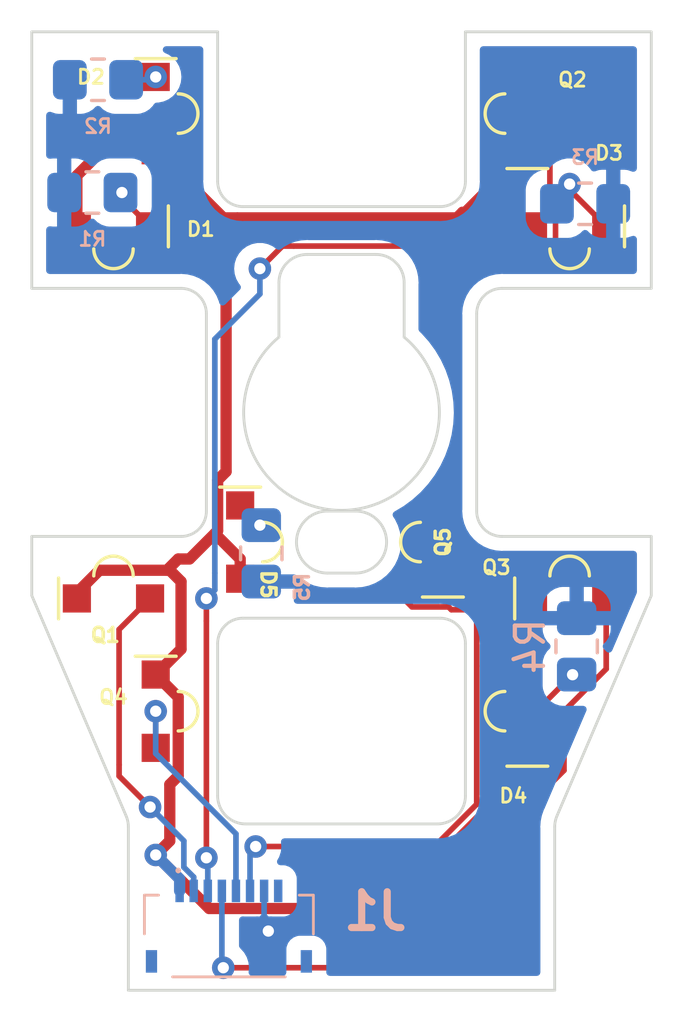
<source format=kicad_pcb>
(kicad_pcb (version 20211014) (generator pcbnew)
  (layers (0 "F.Cu" signal) (31 "B.Cu" signal) (34 "B.Paste" user) (35 "F.Paste" user) (36 "B.SilkS" user "B.Silkscreen") (37 "F.SilkS" user "F.Silkscreen") (38 "B.Mask" user) (39 "F.Mask" user) (44 "Edge.Cuts" user))
  (net 0 "")
  (net 1 "+5V")
  (net 2 "Net-(D1-Pad2)")
  (net 3 "Net-(D2-Pad2)")
  (net 4 "Net-(D3-Pad2)")
  (net 5 "Net-(D4-Pad2)")
  (net 6 "Net-(D5-Pad2)")
  (net 7 "C1")
  (net 8 "C2")
  (net 9 "C4")
  (net 10 "C3")
  (net 11 "C5")
  (net 12 "GND")
  (footprint "lalboard:PT12-21B" (layer "F.Cu") (at 144 91.5 90)
    (fp_text reference "Q2" (at 1.2 1.6 unlocked) (layer "F.SilkS") (effects (font (size 0.5 0.5) (thickness 0.1))))
    (fp_text value "PT12-21B")
    (fp_line (start -1.95 -0.725) (end -1.95 0.725) (layer "F.SilkS") (width 0.12))
    (fp_arc (start -0.7 -0.8) (mid 0 -1.5) (end 0.7 -0.8) (layer "F.SilkS") (width 0.12))
    (pad "1" smd rect (at -1.3 0 90) (size 1 1) (layers "F.Cu" "F.Paste" "F.Mask") (net 1 "+5V"))
    (pad "2" smd rect (at 1.3 0 90) (size 1 1) (layers "F.Cu" "F.Paste" "F.Mask") (net 8 "C2"))
  )
  (footprint "lalboard:PT12-21B" (layer "F.Cu") (at 141 106.7 90)
    (fp_text reference "Q5" (at 0 0 90 unlocked) (layer "F.SilkS") (effects (font (size 0.5 0.5) (thickness 0.125))))
    (fp_text value "PT12-21B")
    (fp_line (start -1.95 -0.725) (end -1.95 0.725) (layer "F.SilkS") (width 0.12))
    (fp_arc (start -0.7 -0.8) (mid 0 -1.5) (end 0.7 -0.8) (layer "F.SilkS") (width 0.12))
    (pad "1" smd rect (at -1.3 0 90) (size 1 1) (layers "F.Cu" "F.Paste" "F.Mask") (net 1 "+5V"))
    (pad "2" smd rect (at 1.3 0 90) (size 1 1) (layers "F.Cu" "F.Paste" "F.Mask") (net 11 "C5"))
  )
  (footprint "lalboard:IR12-21C" (layer "F.Cu") (at 145.5 95.5 180)
    (fp_text reference "D3" (at -1.4 2.6 unlocked) (layer "F.SilkS") (effects (font (size 0.5 0.5) (thickness 0.1))))
    (fp_text value "IR12-21C")
    (fp_line (start -1.95 -0.725) (end -1.95 0.725) (layer "F.SilkS") (width 0.12))
    (fp_arc (start -0.7 -0.8) (mid 0 -1.5) (end 0.7 -0.8) (layer "F.SilkS") (width 0.12))
    (pad "1" smd rect (at 1.3 0 180) (size 1 1) (layers "F.Cu" "F.Paste" "F.Mask") (net 1 "+5V"))
    (pad "2" smd rect (at -1.3 0 180) (size 1 1) (layers "F.Cu" "F.Paste" "F.Mask") (net 4 "Net-(D3-Pad2)"))
  )
  (footprint "lalboard:IR12-21C" (layer "F.Cu") (at 129.3 95.5 180)
    (fp_text reference "D1" (at -3.1 -0.1 unlocked) (layer "F.SilkS") (effects (font (size 0.5 0.5) (thickness 0.1))))
    (fp_text value "IR12-21C")
    (fp_line (start -1.95 -0.725) (end -1.95 0.725) (layer "F.SilkS") (width 0.12))
    (fp_arc (start -0.7 -0.8) (mid 0 -1.5) (end 0.7 -0.8) (layer "F.SilkS") (width 0.12))
    (pad "1" smd rect (at 1.3 0 180) (size 1 1) (layers "F.Cu" "F.Paste" "F.Mask") (net 1 "+5V"))
    (pad "2" smd rect (at -1.3 0 180) (size 1 1) (layers "F.Cu" "F.Paste" "F.Mask") (net 2 "Net-(D1-Pad2)"))
  )
  (footprint "lalboard:PT12-21B" (layer "F.Cu") (at 130.8 112.7 -90)
    (fp_text reference "Q4" (at -0.5 1.5 unlocked) (layer "F.SilkS") (effects (font (size 0.5 0.5) (thickness 0.1))))
    (fp_text value "PT12-21B")
    (fp_line (start -1.95 -0.725) (end -1.95 0.725) (layer "F.SilkS") (width 0.12))
    (fp_arc (start -0.7 -0.8) (mid 0 -1.5) (end 0.7 -0.8) (layer "F.SilkS") (width 0.12))
    (pad "1" smd rect (at -1.3 0 270) (size 1 1) (layers "F.Cu" "F.Paste" "F.Mask") (net 1 "+5V"))
    (pad "2" smd rect (at 1.3 0 270) (size 1 1) (layers "F.Cu" "F.Paste" "F.Mask") (net 9 "C4"))
  )
  (footprint "lalboard:IR12-21C" (layer "F.Cu") (at 144 112.7 90)
    (fp_text reference "D4" (at -3 -0.5 unlocked) (layer "F.SilkS") (effects (font (size 0.5 0.5) (thickness 0.1))))
    (fp_text value "IR12-21C")
    (fp_line (start -1.95 -0.725) (end -1.95 0.725) (layer "F.SilkS") (width 0.12))
    (fp_arc (start -0.7 -0.8) (mid 0 -1.5) (end 0.7 -0.8) (layer "F.SilkS") (width 0.12))
    (pad "1" smd rect (at 1.3 0 90) (size 1 1) (layers "F.Cu" "F.Paste" "F.Mask") (net 1 "+5V"))
    (pad "2" smd rect (at -1.3 0 90) (size 1 1) (layers "F.Cu" "F.Paste" "F.Mask") (net 5 "Net-(D4-Pad2)"))
  )
  (footprint "lalboard:PT12-21B" (layer "F.Cu") (at 145.5 108.7)
    (fp_text reference "Q3" (at -2.6 -1.1 unlocked) (layer "F.SilkS") (effects (font (size 0.5 0.5) (thickness 0.1))))
    (fp_text value "PT12-21B")
    (fp_line (start -1.95 -0.725) (end -1.95 0.725) (layer "F.SilkS") (width 0.12))
    (fp_arc (start -0.7 -0.8) (mid 0 -1.5) (end 0.7 -0.8) (layer "F.SilkS") (width 0.12))
    (pad "1" smd rect (at -1.3 0) (size 1 1) (layers "F.Cu" "F.Paste" "F.Mask") (net 1 "+5V"))
    (pad "2" smd rect (at 1.3 0) (size 1 1) (layers "F.Cu" "F.Paste" "F.Mask") (net 10 "C3"))
  )
  (footprint "lalboard:PT12-21B" (layer "F.Cu") (at 129.3 108.7)
    (fp_text reference "Q1" (at -0.29 1.3 unlocked) (layer "F.SilkS") (effects (font (size 0.5 0.5) (thickness 0.125))))
    (fp_text value "PT12-21B")
    (fp_line (start -1.95 -0.725) (end -1.95 0.725) (layer "F.SilkS") (width 0.12))
    (fp_arc (start -0.7 -0.8) (mid 0 -1.5) (end 0.7 -0.8) (layer "F.SilkS") (width 0.12))
    (pad "1" smd rect (at -1.3 0) (size 1 1) (layers "F.Cu" "F.Paste" "F.Mask") (net 1 "+5V"))
    (pad "2" smd rect (at 1.3 0) (size 1 1) (layers "F.Cu" "F.Paste" "F.Mask") (net 7 "C1"))
  )
  (footprint "lalboard:IR12-21C" (layer "F.Cu") (at 133.8 106.7 -90)
    (fp_text reference "D5" (at 1.5 -1 -90 unlocked) (layer "F.SilkS") (effects (font (size 0.5 0.5) (thickness 0.125))))
    (fp_text value "IR12-21C")
    (fp_line (start -1.95 -0.725) (end -1.95 0.725) (layer "F.SilkS") (width 0.12))
    (fp_arc (start -0.7 -0.8) (mid 0 -1.5) (end 0.7 -0.8) (layer "F.SilkS") (width 0.12))
    (pad "1" smd rect (at 1.3 0 270) (size 1 1) (layers "F.Cu" "F.Paste" "F.Mask") (net 1 "+5V"))
    (pad "2" smd rect (at -1.3 0 270) (size 1 1) (layers "F.Cu" "F.Paste" "F.Mask") (net 6 "Net-(D5-Pad2)"))
  )
  (footprint "lalboard:IR12-21C" (layer "F.Cu") (at 130.8 91.5 -90)
    (fp_text reference "D2" (at -1.3 2.3 unlocked) (layer "F.SilkS") (effects (font (size 0.5 0.5) (thickness 0.1))))
    (fp_text value "IR12-21C")
    (fp_line (start -1.95 -0.725) (end -1.95 0.725) (layer "F.SilkS") (width 0.12))
    (fp_arc (start -0.7 -0.8) (mid 0 -1.5) (end 0.7 -0.8) (layer "F.SilkS") (width 0.12))
    (pad "1" smd rect (at 1.3 0 270) (size 1 1) (layers "F.Cu" "F.Paste" "F.Mask") (net 1 "+5V"))
    (pad "2" smd rect (at -1.3 0 270) (size 1 1) (layers "F.Cu" "F.Paste" "F.Mask") (net 3 "Net-(D2-Pad2)"))
  )
  (footprint "Resistor_SMD:R_0805_2012Metric_Pad1.20x1.40mm_HandSolder" (layer "B.Cu") (at 134.55 107.1 90)
    (fp_text reference "R5" (at -1.2 1.45 90) (layer "B.SilkS") (effects (font (size 0.5 0.5) (thickness 0.125)) (justify mirror)))
    (fp_text value "270")
    (fp_line (start -0.227064 -0.735) (end 0.227064 -0.735) (layer "B.SilkS") (width 0.12))
    (fp_line (start -0.227064 0.735) (end 0.227064 0.735) (layer "B.SilkS") (width 0.12))
    (pad "1" smd roundrect (at -1 0 90) (size 1.2 1.4) (layers "B.Cu" "B.Paste" "B.Mask") (roundrect_rratio 0.2083333333) (net 12 "GND"))
    (pad "2" smd roundrect (at 1 0 90) (size 1.2 1.4) (layers "B.Cu" "B.Paste" "B.Mask") (roundrect_rratio 0.2083333333) (net 6 "Net-(D5-Pad2)"))
  )
  (footprint "Resistor_SMD:R_0805_2012Metric_Pad1.20x1.40mm_HandSolder" (layer "B.Cu") (at 128.75 90.3)
    (fp_text reference "R2" (at 0 1.65) (layer "B.SilkS") (effects (font (size 0.5 0.5) (thickness 0.1)) (justify mirror)))
    (fp_text value "270")
    (fp_line (start -0.227064 0.735) (end 0.227064 0.735) (layer "B.SilkS") (width 0.12))
    (fp_line (start -0.227064 -0.735) (end 0.227064 -0.735) (layer "B.SilkS") (width 0.12))
    (pad "1" smd roundrect (at -1 0) (size 1.2 1.4) (layers "B.Cu" "B.Paste" "B.Mask") (roundrect_rratio 0.2083333333) (net 12 "GND"))
    (pad "2" smd roundrect (at 1 0) (size 1.2 1.4) (layers "B.Cu" "B.Paste" "B.Mask") (roundrect_rratio 0.2083333333) (net 3 "Net-(D2-Pad2)"))
  )
  (footprint "Resistor_SMD:R_0805_2012Metric_Pad1.20x1.40mm_HandSolder" (layer "B.Cu") (at 128.55 94.3)
    (fp_text reference "R1" (at 0 1.65) (layer "B.SilkS") (effects (font (size 0.5 0.5) (thickness 0.1)) (justify mirror)))
    (fp_text value "270")
    (fp_line (start -0.227064 -0.735) (end 0.227064 -0.735) (layer "B.SilkS") (width 0.12))
    (fp_line (start -0.227064 0.735) (end 0.227064 0.735) (layer "B.SilkS") (width 0.12))
    (pad "1" smd roundrect (at -1 0) (size 1.2 1.4) (layers "B.Cu" "B.Paste" "B.Mask") (roundrect_rratio 0.2083333333) (net 12 "GND"))
    (pad "2" smd roundrect (at 1 0) (size 1.2 1.4) (layers "B.Cu" "B.Paste" "B.Mask") (roundrect_rratio 0.2083333333) (net 2 "Net-(D1-Pad2)"))
  )
  (footprint "Resistor_SMD:R_0805_2012Metric_Pad1.20x1.40mm_HandSolder" (layer "B.Cu") (at 145.75 110.4 -90)
    (fp_text reference "R4" (at 0 1.65 90) (layer "B.SilkS") (effects (justify mirror)))
    (fp_text value "270")
    (fp_line (start -0.227064 0.735) (end 0.227064 0.735) (layer "B.SilkS") (width 0.12))
    (fp_line (start -0.227064 -0.735) (end 0.227064 -0.735) (layer "B.SilkS") (width 0.12))
    (pad "1" smd roundrect (at -1 0 270) (size 1.2 1.4) (layers "B.Cu" "B.Paste" "B.Mask") (roundrect_rratio 0.2083333333) (net 12 "GND"))
    (pad "2" smd roundrect (at 1 0 270) (size 1.2 1.4) (layers "B.Cu" "B.Paste" "B.Mask") (roundrect_rratio 0.2083333333) (net 5 "Net-(D4-Pad2)"))
  )
  (footprint "lalboard:FH34SRJ8S05SH50" (layer "B.Cu") (at 133.4 120.6 180)
    (fp_text reference "J1" (at -5.2 0.8) (layer "B.SilkS") (effects (font (size 1.27 1.27) (thickness 0.254)) (justify mirror)))
    (fp_text value "Conn_01x07" hide)
    (fp_line (start 1.8 2.2) (end 1.8 2.2) (layer "B.SilkS") (width 0.1))
    (fp_line (start -2 -1.525) (end 2 -1.525) (layer "B.SilkS") (width 0.1))
    (fp_line (start 2.5 1.375) (end 3 1.375) (layer "B.SilkS") (width 0.1))
    (fp_line (start -3 1.375) (end -2.5 1.375) (layer "B.SilkS") (width 0.1))
    (fp_line (start -3 0) (end -3 1.375) (layer "B.SilkS") (width 0.1))
    (fp_line (start 1.8 2.3) (end 1.8 2.3) (layer "B.SilkS") (width 0.1))
    (fp_line (start 3 1.375) (end 3 0) (layer "B.SilkS") (width 0.1))
    (fp_arc (start 1.8 2.3) (mid 1.75 2.25) (end 1.8 2.2) (layer "B.SilkS") (width 0.1))
    (fp_arc (start 1.8 2.2) (mid 1.85 2.25) (end 1.8 2.3) (layer "B.SilkS") (width 0.1))
    (pad "1" smd rect (at 1.75 1.525 180) (size 0.3 0.8) (layers "B.Cu" "B.Paste" "B.Mask") (net 1 "+5V"))
    (pad "2" smd rect (at 1.25 1.525 180) (size 0.3 0.8) (layers "B.Cu" "B.Paste" "B.Mask") (net 7 "C1"))
    (pad "3" smd rect (at 0.75 1.525 180) (size 0.3 0.8) (layers "B.Cu" "B.Paste" "B.Mask") (net 8 "C2"))
    (pad "4" smd rect (at 0.25 1.525 180) (size 0.3 0.8) (layers "B.Cu" "B.Paste" "B.Mask") (net 10 "C3"))
    (pad "5" smd rect (at -0.25 1.525 180) (size 0.3 0.8) (layers "B.Cu" "B.Paste" "B.Mask") (net 9 "C4"))
    (pad "6" smd rect (at -0.75 1.525 180) (size 0.3 0.8) (layers "B.Cu" "B.Paste" "B.Mask") (net 11 "C5"))
    (pad "7" smd rect (at -1.25 1.525 180) (size 0.3 0.8) (layers "B.Cu" "B.Paste" "B.Mask") (net 12 "GND"))
    (pad "8" smd rect (at -1.75 1.525 180) (size 0.3 0.8) (layers "B.Cu" "B.Paste" "B.Mask"))
    (pad "MP1" smd rect (at -2.75 -0.975 180) (size 0.4 0.8) (layers "B.Cu" "B.Paste" "B.Mask"))
    (pad "MP2" smd rect (at 2.75 -0.975 180) (size 0.4 0.8) (layers "B.Cu" "B.Paste" "B.Mask"))
  )
  (footprint "Resistor_SMD:R_0805_2012Metric_Pad1.20x1.40mm_HandSolder" (layer "B.Cu") (at 146.05 94.7 180)
    (fp_text reference "R3" (at 0 1.65) (layer "B.SilkS") (effects (font (size 0.5 0.5) (thickness 0.1)) (justify mirror)))
    (fp_text value "270")
    (fp_line (start -0.227064 0.735) (end 0.227064 0.735) (layer "B.SilkS") (width 0.12))
    (fp_line (start -0.227064 -0.735) (end 0.227064 -0.735) (layer "B.SilkS") (width 0.12))
    (pad "1" smd roundrect (at -1 0 180) (size 1.2 1.4) (layers "B.Cu" "B.Paste" "B.Mask") (roundrect_rratio 0.2083333333) (net 12 "GND"))
    (pad "2" smd roundrect (at 1 0 180) (size 1.2 1.4) (layers "B.Cu" "B.Paste" "B.Mask") (roundrect_rratio 0.2083333333) (net 4 "Net-(D3-Pad2)"))
  )
  (gr_line (start 131.7 97.7) (end 126.4 97.7) (layer "Edge.Cuts") (width 0.1))
  (gr_line (start 137.9 107.8) (end 136.9 107.8) (layer "Edge.Cuts") (width 0.1))
  (gr_line (start 129.747716 116.411338) (end 126.4 108.6) (layer "Edge.Cuts") (width 0.1))
  (gr_line (start 132.6 98.6) (end 132.6 105.6) (layer "Edge.Cuts") (width 0.1))
  (gr_arc (start 142.2 98.6) (mid 142.4636 97.96359) (end 143.1 97.7) (layer "Edge.Cuts") (width 0.1))
  (gr_arc (start 144.971428 116.805258) (mid 144.991857 116.604194) (end 145.052283 116.411338) (layer "Edge.Cuts") (width 0.1))
  (gr_line (start 148.4 106.5) (end 143.1 106.5) (layer "Edge.Cuts") (width 0.1))
  (gr_line (start 137.9 105.6) (end 136.9 105.6) (layer "Edge.Cuts") (width 0.1))
  (gr_line (start 133 93.9) (end 133 88.6) (layer "Edge.Cuts") (width 0.1))
  (gr_line (start 126.4 108.6) (end 126.4 106.5) (layer "Edge.Cuts") (width 0.1))
  (gr_line (start 133 88.6) (end 126.4 88.6) (layer "Edge.Cuts") (width 0.1))
  (gr_arc (start 138.623504 96.496967) (mid 139.330635 96.789851) (end 139.623504 97.496967) (layer "Edge.Cuts") (width 0.1))
  (gr_line (start 145.052283 116.411338) (end 148.4 108.6) (layer "Edge.Cuts") (width 0.1))
  (gr_line (start 129.828571 116.805258) (end 129.828571 122.6) (layer "Edge.Cuts") (width 0.1))
  (gr_arc (start 137.9 105.6) (mid 139.00002 106.699993) (end 137.9 107.8) (layer "Edge.Cuts") (width 0.1))
  (gr_line (start 140.8 116.7) (end 134 116.7) (layer "Edge.Cuts") (width 0.1))
  (gr_line (start 135.176496 99.429484) (end 135.176496 97.496967) (layer "Edge.Cuts") (width 0.1))
  (gr_line (start 133 110.3) (end 133 115.7) (layer "Edge.Cuts") (width 0.1))
  (gr_arc (start 132.6 105.6) (mid 132.336392 106.236382) (end 131.7 106.5) (layer "Edge.Cuts") (width 0.1))
  (gr_line (start 126.4 97.7) (end 126.4 88.6) (layer "Edge.Cuts") (width 0.1))
  (gr_arc (start 141.8 115.7) (mid 141.507103 116.407093) (end 140.8 116.7) (layer "Edge.Cuts") (width 0.1))
  (gr_line (start 140.9 94.8) (end 133.9 94.8) (layer "Edge.Cuts") (width 0.1))
  (gr_line (start 144.971428 116.805258) (end 144.971428 122.6) (layer "Edge.Cuts") (width 0.1))
  (gr_line (start 141.8 110.3) (end 141.8 115.7) (layer "Edge.Cuts") (width 0.1))
  (gr_arc (start 129.747716 116.411338) (mid 129.808159 116.604191) (end 129.828571 116.805258) (layer "Edge.Cuts") (width 0.1))
  (gr_line (start 141.8 93.9) (end 141.8 88.6) (layer "Edge.Cuts") (width 0.1))
  (gr_line (start 148.4 97.7) (end 143.1 97.7) (layer "Edge.Cuts") (width 0.1))
  (gr_line (start 148.4 97.7) (end 148.4 88.6) (layer "Edge.Cuts") (width 0.1))
  (gr_arc (start 135.176496 97.496967) (mid 135.469397 96.789866) (end 136.176496 96.496967) (layer "Edge.Cuts") (width 0.1))
  (gr_line (start 133.9 109.4) (end 140.9 109.4) (layer "Edge.Cuts") (width 0.1))
  (gr_arc (start 133 110.3) (mid 133.2636 109.66359) (end 133.9 109.4) (layer "Edge.Cuts") (width 0.1))
  (gr_arc (start 131.7 97.7) (mid 132.336411 97.963595) (end 132.6 98.6) (layer "Edge.Cuts") (width 0.1))
  (gr_line (start 136.176496 96.496967) (end 138.623504 96.496967) (layer "Edge.Cuts") (width 0.1))
  (gr_line (start 131.7 106.5) (end 126.4 106.5) (layer "Edge.Cuts") (width 0.1))
  (gr_line (start 148.4 108.6) (end 148.4 106.5) (layer "Edge.Cuts") (width 0.1))
  (gr_line (start 142.2 105.6) (end 142.2 98.6) (layer "Edge.Cuts") (width 0.1))
  (gr_line (start 144.971428 122.6) (end 129.828571 122.6) (layer "Edge.Cuts") (width 0.1))
  (gr_arc (start 136.9 107.8) (mid 135.80002 106.699993) (end 136.9 105.6) (layer "Edge.Cuts") (width 0.1))
  (gr_arc (start 134 116.7) (mid 133.292908 116.407098) (end 133 115.7) (layer "Edge.Cuts") (width 0.1))
  (gr_arc (start 133.9 94.8) (mid 133.263619 94.536387) (end 133 93.9) (layer "Edge.Cuts") (width 0.1))
  (gr_arc (start 143.1 106.5) (mid 142.463619 106.236387) (end 142.2 105.6) (layer "Edge.Cuts") (width 0.1))
  (gr_line (start 139.623504 99.429484) (end 139.623504 97.496967) (layer "Edge.Cuts") (width 0.1))
  (gr_arc (start 141.8 93.9) (mid 141.536392 94.536382) (end 140.9 94.8) (layer "Edge.Cuts") (width 0.1))
  (gr_arc (start 140.9 109.4) (mid 141.536411 109.663595) (end 141.8 110.3) (layer "Edge.Cuts") (width 0.1))
  (gr_arc (start 139.623504 99.429484) (mid 137.4 105.575) (end 135.176496 99.429484) (layer "Edge.Cuts") (width 0.1))
  (gr_line (start 148.4 88.6) (end 141.8 88.6) (layer "Edge.Cuts") (width 0.1))
  (segment (start 132 107.3) (end 131.6 107.3) (width 0.4) (layer "F.Cu") (net 1))
  (segment (start 142.9 115.9) (end 139.1 119.7) (width 0.4) (layer "F.Cu") (net 1))
  (segment (start 133.7 95.2) (end 141.5 95.2) (width 0.4) (layer "F.Cu") (net 1))
  (segment (start 141.5 95.2) (end 141.698474 95.001526) (width 0.4) (layer "F.Cu") (net 1))
  (segment (start 131.6 107.3) (end 131.2 107.7) (width 0.4) (layer "F.Cu") (net 1))
  (segment (start 128.9 92.8) (end 130.8 92.8) (width 0.4) (layer "F.Cu") (net 1))
  (segment (start 130.8 92.8) (end 133.2 95.2) (width 0.4) (layer "F.Cu") (net 1))
  (segment (start 133.3 95.6) (end 133.7 95.2) (width 0.4) (layer "F.Cu") (net 1))
  (segment (start 131.6 115) (end 131.6 112.2) (width 0.4) (layer "F.Cu") (net 1))
  (segment (start 131.3 117.3) (end 131.3 115.3) (width 0.4) (layer "F.Cu") (net 1))
  (segment (start 130.8 117.8) (end 131.3 117.3) (width 0.4) (layer "F.Cu") (net 1))
  (segment (start 144.2 95.5) (end 142.196948 95.5) (width 0.4) (layer "F.Cu") (net 1))
  (segment (start 130.8 111.4) (end 131.7 110.5) (width 0.4) (layer "F.Cu") (net 1))
  (segment (start 132.9 106.4) (end 133 106.3) (width 0.4) (layer "F.Cu") (net 1))
  (segment (start 144 111.4) (end 142.9 112.5) (width 0.4) (layer "F.Cu") (net 1))
  (segment (start 128 108.5) (end 128 108.7) (width 0.4) (layer "F.Cu") (net 1))
  (segment (start 133.2 95.2) (end 133.7 95.2) (width 0.4) (layer "F.Cu") (net 1))
  (segment (start 144.2 108.7) (end 141.7 108.7) (width 0.4) (layer "F.Cu") (net 1))
  (segment (start 131.6 112.2) (end 130.8 111.4) (width 0.4) (layer "F.Cu") (net 1))
  (segment (start 133 104.5) (end 133.3 104.2) (width 0.4) (layer "F.Cu") (net 1))
  (segment (start 131.2 107.7) (end 128.8 107.7) (width 0.4) (layer "F.Cu") (net 1))
  (segment (start 144 108.9) (end 144.2 108.7) (width 0.4) (layer "F.Cu") (net 1))
  (segment (start 141.798474 95.001526) (end 144 92.8) (width 0.4) (layer "F.Cu") (net 1))
  (segment (start 131.7 110.5) (end 131.7 108.1) (width 0.4) (layer "F.Cu") (net 1))
  (segment (start 139.1 119.7) (end 132.7 119.7) (width 0.4) (layer "F.Cu") (net 1))
  (segment (start 142.196948 95.5) (end 141.698474 95.001526) (width 0.4) (layer "F.Cu") (net 1))
  (segment (start 132.9 106.4) (end 133.8 107.3) (width 0.4) (layer "F.Cu") (net 1))
  (segment (start 133 106.3) (end 133 104.5) (width 0.4) (layer "F.Cu") (net 1))
  (segment (start 128.8 107.7) (end 128 108.5) (width 0.4) (layer "F.Cu") (net 1))
  (segment (start 132.7 119.7) (end 130.8 117.8) (width 0.4) (layer "F.Cu") (net 1))
  (segment (start 128 95.5) (end 128 93.7) (width 0.4) (layer "F.Cu") (net 1))
  (segment (start 133.8 107.3) (end 133.8 108) (width 0.4) (layer "F.Cu") (net 1))
  (segment (start 132.9 106.4) (end 132 107.3) (width 0.4) (layer "F.Cu") (net 1))
  (segment (start 144 111.4) (end 144 108.9) (width 0.4) (layer "F.Cu") (net 1))
  (segment (start 131.3 115.3) (end 131.6 115) (width 0.4) (layer "F.Cu") (net 1))
  (segment (start 133.3 104.2) (end 133.3 95.6) (width 0.4) (layer "F.Cu") (net 1))
  (segment (start 142.9 112.5) (end 142.9 115.9) (width 0.4) (layer "F.Cu") (net 1))
  (segment (start 128 93.7) (end 128.9 92.8) (width 0.4) (layer "F.Cu") (net 1))
  (segment (start 141.698474 95.001526) (end 141.798474 95.001526) (width 0.4) (layer "F.Cu") (net 1))
  (segment (start 141.7 108.7) (end 141 108) (width 0.4) (layer "F.Cu") (net 1))
  (segment (start 131.7 108.1) (end 131.3 107.7) (width 0.4) (layer "F.Cu") (net 1))
  (segment (start 131.3 107.7) (end 131.2 107.7) (width 0.4) (layer "F.Cu") (net 1))
  (via (at 130.8 117.8) (size 0.8) (drill 0.4) (layers "F.Cu" "B.Cu") (net 1))
  (segment (start 131.65 118.65) (end 130.8 117.8) (width 0.4) (layer "B.Cu") (net 1))
  (segment (start 131.65 119.075) (end 131.65 118.65) (width 0.4) (layer "B.Cu") (net 1))
  (segment (start 129.6 94.5) (end 130.6 95.5) (width 0.2) (layer "F.Cu") (net 2))
  (segment (start 129.6 94.3) (end 129.6 94.5) (width 0.2) (layer "F.Cu") (net 2))
  (via (at 129.6 94.3) (size 0.8) (drill 0.4) (layers "F.Cu" "B.Cu") (net 2))
  (segment (start 129.55 94.3) (end 129.6 94.3) (width 0.2) (layer "B.Cu") (net 2))
  (via (at 130.8 90.2) (size 0.8) (drill 0.4) (layers "F.Cu" "B.Cu") (net 3))
  (segment (start 130.7 90.3) (end 130.8 90.2) (width 0.2) (layer "B.Cu") (net 3))
  (segment (start 129.75 90.3) (end 130.7 90.3) (width 0.2) (layer "B.Cu") (net 3))
  (segment (start 145.5 94) (end 145.5 94.2) (width 0.2) (layer "F.Cu") (net 4))
  (segment (start 145.5 94.2) (end 146.8 95.5) (width 0.2) (layer "F.Cu") (net 4))
  (via (at 145.5 94) (size 0.8) (drill 0.4) (layers "F.Cu" "B.Cu") (net 4))
  (segment (start 145.05 94.45) (end 145.5 94) (width 0.2) (layer "B.Cu") (net 4))
  (segment (start 145.05 94.7) (end 145.05 94.45) (width 0.2) (layer "B.Cu") (net 4))
  (segment (start 144 113.010756) (end 144 114) (width 0.2) (layer "F.Cu") (net 5))
  (segment (start 145.605378 111.405378) (end 144 113.010756) (width 0.2) (layer "F.Cu") (net 5))
  (via (at 145.605378 111.405378) (size 0.8) (drill 0.4) (layers "F.Cu" "B.Cu") (net 5))
  (segment (start 145.75 111.4) (end 145.610756 111.4) (width 0.2) (layer "B.Cu") (net 5))
  (segment (start 145.610756 111.4) (end 145.605378 111.405378) (width 0.2) (layer "B.Cu") (net 5))
  (segment (start 134.5 106.1) (end 133.8 105.4) (width 0.2) (layer "F.Cu") (net 6))
  (via (at 134.5 106.1) (size 0.8) (drill 0.4) (layers "F.Cu" "B.Cu") (net 6))
  (segment (start 134.55 106.1) (end 134.5 106.1) (width 0.2) (layer "B.Cu") (net 6))
  (segment (start 129.5 115) (end 130.6 116.1) (width 0.2) (layer "F.Cu") (net 7))
  (segment (start 129.5 109.8) (end 129.5 114.6) (width 0.2) (layer "F.Cu") (net 7))
  (segment (start 130.6 108.7) (end 129.5 109.8) (width 0.2) (layer "F.Cu") (net 7))
  (segment (start 129.5 114.6) (end 129.5 115) (width 0.2) (layer "F.Cu") (net 7))
  (via (at 130.6 116.1) (size 0.8) (drill 0.4) (layers "F.Cu" "B.Cu") (net 7))
  (segment (start 131.8 117.3) (end 131.8 118.234314) (width 0.2) (layer "B.Cu") (net 7))
  (segment (start 131.8 118.234314) (end 132.15 118.584314) (width 0.2) (layer "B.Cu") (net 7))
  (segment (start 130.6 116.1) (end 131.8 117.3) (width 0.2) (layer "B.Cu") (net 7))
  (segment (start 132.15 118.584314) (end 132.15 119.075) (width 0.2) (layer "B.Cu") (net 7))
  (segment (start 144.8 94.5) (end 144.8 91) (width 0.2) (layer "F.Cu") (net 8))
  (segment (start 145 94.7) (end 144.8 94.5) (width 0.2) (layer "F.Cu") (net 8))
  (segment (start 145 96.3) (end 145 94.7) (width 0.2) (layer "F.Cu") (net 8))
  (segment (start 135.3 96.2) (end 134.5 97) (width 0.2) (layer "F.Cu") (net 8))
  (segment (start 135.7 96.2) (end 135.3 96.2) (width 0.2) (layer "F.Cu") (net 8))
  (segment (start 132.6 117.9) (end 132.6 109.5) (width 0.2) (layer "F.Cu") (net 8))
  (segment (start 135.7 96.2) (end 143.3 96.2) (width 0.2) (layer "F.Cu") (net 8))
  (segment (start 132.6 108.7) (end 132.6 109.5) (width 0.2) (layer "F.Cu") (net 8))
  (segment (start 143.3 96.2) (end 143.4 96.3) (width 0.2) (layer "F.Cu") (net 8))
  (segment (start 143.4 96.3) (end 145 96.3) (width 0.2) (layer "F.Cu") (net 8))
  (segment (start 144.8 91) (end 144 90.2) (width 0.2) (layer "F.Cu") (net 8))
  (via (at 134.5 97) (size 0.8) (drill 0.4) (layers "F.Cu" "B.Cu") (net 8))
  (via (at 132.6 108.7) (size 0.8) (drill 0.4) (layers "F.Cu" "B.Cu") (net 8))
  (via (at 132.6 117.9) (size 0.8) (drill 0.4) (layers "F.Cu" "B.Cu") (net 8))
  (segment (start 132.9 99.5) (end 132.9 107.8) (width 0.2) (layer "B.Cu") (net 8))
  (segment (start 132.9 107.8) (end 132.9 108.4) (width 0.2) (layer "B.Cu") (net 8))
  (segment (start 134.5 97.9) (end 132.9 99.5) (width 0.2) (layer "B.Cu") (net 8))
  (segment (start 134.5 97) (end 134.5 97.9) (width 0.2) (layer "B.Cu") (net 8))
  (segment (start 132.65 117.95) (end 132.65 119.075) (width 0.2) (layer "B.Cu") (net 8))
  (segment (start 132.6 117.9) (end 132.65 117.95) (width 0.2) (layer "B.Cu") (net 8))
  (segment (start 132.9 108.4) (end 132.6 108.7) (width 0.2) (layer "B.Cu") (net 8))
  (segment (start 130.8 114) (end 130.8 112.7) (width 0.2) (layer "F.Cu") (net 9))
  (via (at 130.8 112.7) (size 0.8) (drill 0.4) (layers "F.Cu" "B.Cu") (net 9))
  (segment (start 133.65 117.050723) (end 133.65 119.075) (width 0.2) (layer "B.Cu") (net 9))
  (segment (start 130.8 114.200723) (end 133.65 117.050723) (width 0.2) (layer "B.Cu") (net 9))
  (segment (start 130.8 112.7) (end 130.8 114.200723) (width 0.2) (layer "B.Cu") (net 9))
  (segment (start 137.9 121.8) (end 133.2 121.8) (width 0.2) (layer "F.Cu") (net 10))
  (segment (start 146.8 111.2) (end 146.8 108.7) (width 0.2) (layer "F.Cu") (net 10))
  (segment (start 145.3 114.8) (end 145.3 112.7) (width 0.2) (layer "F.Cu") (net 10))
  (segment (start 137.9 121.8) (end 138.3 121.8) (width 0.2) (layer "F.Cu") (net 10))
  (segment (start 138.3 121.8) (end 145.3 114.8) (width 0.2) (layer "F.Cu") (net 10))
  (segment (start 145.3 112.7) (end 146.8 111.2) (width 0.2) (layer "F.Cu") (net 10))
  (via (at 133.2 121.8) (size 0.8) (drill 0.4) (layers "F.Cu" "B.Cu") (net 10))
  (segment (start 133.15 121.75) (end 133.15 119.075) (width 0.2) (layer "B.Cu") (net 10))
  (segment (start 133.2 121.8) (end 133.15 121.75) (width 0.2) (layer "B.Cu") (net 10))
  (segment (start 134.6 117.5) (end 134.3495 117.5) (width 0.2) (layer "F.Cu") (net 11))
  (segment (start 141.865686 109.1) (end 142.2 109.434314) (width 0.2) (layer "F.Cu") (net 11))
  (segment (start 139.9 109) (end 141.2 109) (width 0.2) (layer "F.Cu") (net 11))
  (segment (start 142.2 116) (end 140.7 117.5) (width 0.2) (layer "F.Cu") (net 11))
  (segment (start 139.9 106.7) (end 140.4 106.7) (width 0.2) (layer "F.Cu") (net 11))
  (segment (start 142.2 111.1) (end 142.2 116) (width 0.2) (layer "F.Cu") (net 11))
  (segment (start 139.9 106.7) (end 139.6 107) (width 0.2) (layer "F.Cu") (net 11))
  (segment (start 139.6 108.7) (end 139.9 109) (width 0.2) (layer "F.Cu") (net 11))
  (segment (start 141 106.1) (end 141 105.4) (width 0.2) (layer "F.Cu") (net 11))
  (segment (start 142.2 109.434314) (end 142.2 111.1) (width 0.2) (layer "F.Cu") (net 11))
  (segment (start 139.6 107) (end 139.6 108.7) (width 0.2) (layer "F.Cu") (net 11))
  (segment (start 140.7 117.5) (end 134.6 117.5) (width 0.2) (layer "F.Cu") (net 11))
  (segment (start 140.4 106.7) (end 141 106.1) (width 0.2) (layer "F.Cu") (net 11))
  (segment (start 141.2 109) (end 141.3 109.1) (width 0.2) (layer "F.Cu") (net 11))
  (segment (start 141.3 109.1) (end 141.865686 109.1) (width 0.2) (layer "F.Cu") (net 11))
  (via (at 134.3495 117.5) (size 0.8) (drill 0.4) (layers "F.Cu" "B.Cu") (net 11))
  (segment (start 134.3495 117.5) (end 134.15 117.6995) (width 0.2) (layer "B.Cu") (net 11))
  (segment (start 134.15 117.6995) (end 134.15 119.075) (width 0.2) (layer "B.Cu") (net 11))
  (via (at 134.8 120.5) (size 0.8) (drill 0.4) (layers "F.Cu" "B.Cu") (net 12))
  (segment (start 134.65 119.075) (end 134.65 120.05) (width 0.2) (layer "B.Cu") (net 12))
  (segment (start 134.65 120.05) (end 134.6 120.1) (width 0.2) (layer "B.Cu") (net 12))
  (segment (start 134.6 120.1) (end 134.6 120.3) (width 0.2) (layer "B.Cu") (net 12))
  (segment (start 134.6 120.3) (end 134.8 120.5) (width 0.2) (layer "B.Cu") (net 12))
  (zone (net 12) (net_name "GND") (layer "B.Cu") (connect_pads (clearance 0.508)) (min_thickness 0.254) (fill yes (thermal_gap 0.508) (thermal_bridge_width 0.508))
    (polygon (pts (xy 149.05 123.8) (xy 125.95 123.8) (xy 125.85 88.3) (xy 126.15 88.2) (xy 148.85 88.2)))
  )
)
</source>
